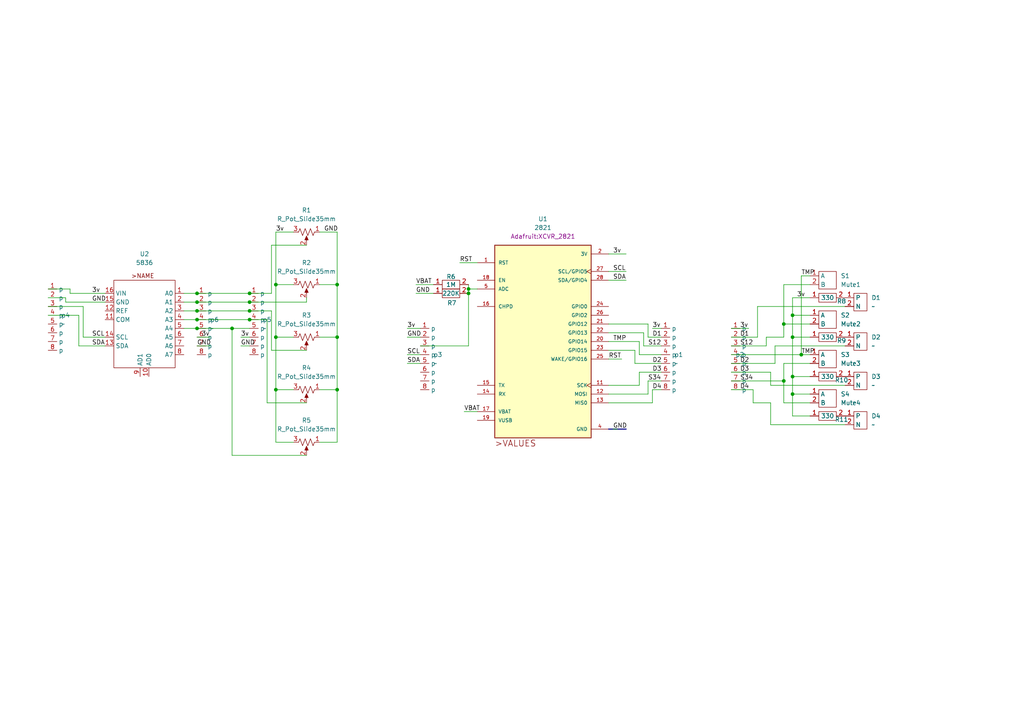
<source format=kicad_sch>
(kicad_sch (version 20250114) (generator "eeschema") (generator_version "9.0")
  (paper "A4")
  (lib_symbols
    (symbol "Adafruit:2821" (pin_names (offset 1.016))
      (property "Reference" "U" (at -15.2516 27.9611 0))
      (property "Value" "2821" (at -0.254 1.778 0))
      (property "Footprint" "2821:XCVR_2821" (at 0 0 0))
      (symbol "2821_0_0"
        (rectangle (start -15.24 -27.94) (end 12.7 27.94) (stroke (width 0.254)) (fill (type background)))
        (text ">VALUES" (at -15.2765 -30.5531 0) (effects (font (size 1.7823 1.7823)) (justify left bottom)))
        (pin input line (at -20.32 22.86 0) (length 5.08) (name "RST") (number "1"))
        (pin input line (at -20.32 17.78 0) (length 5.08) (name "EN") (number "18"))
        (pin bidirectional line (at -20.32 15.24 0) (length 5.08) (name "ADC") (number "5"))
        (pin bidirectional line (at -20.32 10.16 0) (length 5.08) (name "CHPD") (number "16"))
        (pin output line (at -20.32 -12.7 0) (length 5.08) (name "TX") (number "15"))
        (pin input line (at -20.32 -15.24 0) (length 5.08) (name "RX") (number "14"))
        (pin bidirectional line (at -20.32 -20.32 0) (length 5.08) (name "VBAT") (number "17"))
        (pin bidirectional line (at -20.32 -22.86 0) (length 5.08) (name "VUSB") (number "19"))
        (pin power_in line (at 17.78 25.4 180) (length 5.08) (name "3V") (number "2"))
        (pin bidirectional clock (at 17.78 20.32 180) (length 5.08) (name "SCL/GPIO5") (number "27"))
        (pin bidirectional line (at 17.78 17.78 180) (length 5.08) (name "SDA/GPIO4") (number "28"))
        (pin bidirectional line (at 17.78 10.16 180) (length 5.08) (name "GPIO0") (number "24"))
        (pin bidirectional line (at 17.78 7.62 180) (length 5.08) (name "GPIO2") (number "26"))
        (pin bidirectional line (at 17.78 5.08 180) (length 5.08) (name "GPIO12") (number "21"))
        (pin bidirectional line (at 17.78 2.54 180) (length 5.08) (name "GPIO13") (number "22"))
        (pin bidirectional line (at 17.78 0 180) (length 5.08) (name "GPIO14") (number "20"))
        (pin bidirectional line (at 17.78 -2.54 180) (length 5.08) (name "GPIO15") (number "23"))
        (pin bidirectional line (at 17.78 -5.08 180) (length 5.08) (name "WAKE/GPIO16") (number "25"))
        (pin bidirectional clock (at 17.78 -12.7 180) (length 5.08) (name "SCK") (number "11"))
        (pin output line (at 17.78 -15.24 180) (length 5.08) (name "MOSI") (number "12"))
        (pin input line (at 17.78 -17.78 180) (length 5.08) (name "MIS0") (number "13"))
        (pin power_in line (at 17.78 -25.4 180) (length 5.08) (name "GND") (number "4"))
      )
    )
    (symbol "Adafruit:ADC 8bit 5836"
      (property "Reference" "U" (at 0 0 0))
      (symbol "ADC 8bit 5836_0_1"
        (rectangle (start -8.89 12.7) (end 8.89 -12.7))
      )
      (symbol "ADC 8bit 5836_1_1"
        (text ">NAME" (at -0.508 13.97 0) (effects (font (size 1.27 1.27))))
        (pin input line (at -11.43 8.89 0) (length 2.54) (name "VIN") (number "16"))
        (pin input line (at -11.43 6.35 0) (length 2.54) (name "GND") (number "15"))
        (pin input line (at -11.43 3.81 0) (length 2.54) (name "REF") (number "12"))
        (pin input line (at -11.43 1.27 0) (length 2.54) (name "COM") (number "11"))
        (pin input line (at -11.43 -3.81 0) (length 2.54) (name "SCL") (number "14"))
        (pin input line (at -11.43 -6.35 0) (length 2.54) (name "SDA") (number "13"))
        (pin input line (at -1.27 -15.24 90) (length 2.54) (name "AD1") (number "9"))
        (pin input line (at 1.27 -15.24 90) (length 2.54) (name "AD0") (number "10"))
        (pin input line (at 11.43 8.89 180) (length 2.54) (name "A0") (number "1"))
        (pin input line (at 11.43 6.35 180) (length 2.54) (name "A1") (number "2"))
        (pin input line (at 11.43 3.81 180) (length 2.54) (name "A2") (number "3"))
        (pin input line (at 11.43 1.27 180) (length 2.54) (name "A3") (number "4"))
        (pin input line (at 11.43 -1.27 180) (length 2.54) (name "A4") (number "5"))
        (pin input line (at 11.43 -3.81 180) (length 2.54) (name "A5") (number "6"))
        (pin input line (at 11.43 -6.35 180) (length 2.54) (name "A6") (number "7"))
        (pin input line (at 11.43 -8.89 180) (length 2.54) (name "A7") (number "8"))
      )
    )
    (symbol "Adafruit:LED_299"
      (property "Reference" "D" (at 0 0 0))
      (symbol "LED_299_0_1"
        (rectangle (start -2.54 -2.54) (end 2.54 1.27))
      )
      (symbol "LED_299_1_1"
        (pin power_in line (at -1.27 -5.08 90) (length 2.54) (name "P") (number "1"))
        (pin power_in line (at 1.27 -5.08 90) (length 2.54) (name "N") (number "2"))
      )
    )
    (symbol "Adafruit:Resistor_2784"
      (property "Reference" "R" (at 0 2.54 0))
      (symbol "Resistor_2784_0_1"
        (rectangle (start -2.54 1.27) (end 2.54 -1.27))
      )
      (symbol "Resistor_2784_1_1"
        (pin bidirectional line (at -5.08 0 0) (length 2.54) (name "") (number "1"))
        (pin bidirectional line (at 5.08 0 180) (length 2.54) (name "") (number "2"))
      )
    )
    (symbol "Adafruit:Switch_SPDT_367"
      (property "Reference" "S" (at 0 0 0))
      (symbol "Switch_SPDT_367_0_1"
        (rectangle (start -3.81 2.54) (end 1.27 -2.54))
      )
      (symbol "Switch_SPDT_367_1_1"
        (pin bidirectional line (at -6.35 1.27 0) (length 2.54) (name "A") (number "1"))
        (pin bidirectional line (at -6.35 -1.27 0) (length 2.54) (name "B") (number "2"))
      )
    )
    (symbol "Adafruit:Through_Hole_0.1in_8_Pin_4154"
      (property "Reference" "p" (at 0.254 2.286 0))
      (symbol "Through_Hole_0.1in_8_Pin_4154_1_1"
        (pin bidirectional line (at -2.54 0 0) (length 2.54) (name "p") (number "1"))
        (pin bidirectional line (at -2.54 -2.54 0) (length 2.54) (name "p") (number "2"))
        (pin bidirectional line (at -2.54 -5.08 0) (length 2.54) (name "p") (number "3"))
        (pin bidirectional line (at -2.54 -7.62 0) (length 2.54) (name "p") (number "4"))
        (pin bidirectional line (at -2.54 -10.16 0) (length 2.54) (name "p") (number "5"))
        (pin bidirectional line (at -2.54 -12.7 0) (length 2.54) (name "p") (number "6"))
        (pin bidirectional line (at -2.54 -15.24 0) (length 2.54) (name "p") (number "7"))
        (pin bidirectional line (at -2.54 -17.78 0) (length 2.54) (name "p") (number "8"))
      )
    )
    (symbol "SparkFun-Resistor:R_Potentiometer_Slide35mm" (pin_names (offset 1.016) (hide yes))
      (property "Reference" "R" (at 0 2.54 0))
      (property "Value" "R_Pot_Slide35mm" (at 10.16 -2.54 0))
      (symbol "R_Potentiometer_Slide35mm_0_1"
        (polyline (pts (xy -2.286 0) (xy -2.54 0)))
        (polyline (pts (xy -0.762 0) (xy -1.143 -1.016) (xy -1.524 0) (xy -1.905 1.016) (xy -2.286 0)))
        (polyline (pts (xy 0 -1.143) (xy 0.508 -2.286) (xy -0.508 -2.286) (xy 0 -1.143)) (fill (type outline)))
        (polyline (pts (xy 0 -2.54) (xy 0 -1.524)))
        (polyline (pts (xy 0.762 0) (xy 0.381 -1.016) (xy 0 0) (xy -0.381 1.016) (xy -0.762 0)))
        (polyline (pts (xy 2.286 0) (xy 1.905 -1.016) (xy 1.524 0) (xy 1.143 1.016) (xy 0.762 0)))
        (polyline (pts (xy 2.54 0) (xy 2.286 0)))
      )
      (symbol "R_Potentiometer_Slide35mm_1_1"
        (pin passive line (at -3.81 0 0) (length 1.27) (name "3") (number "3"))
        (pin passive line (at 0 -3.81 90) (length 1.27) (name "2") (number "2"))
        (pin passive line (at 3.81 0 180) (length 1.27) (name "1") (number "1"))
      )
    )
  )
  (junction (at 80.01 113.03))
  (junction (at 80.01 82.55))
  (junction (at 80.01 97.79))
  (junction (at 135.89 85.09))
  (junction (at 135.89 83.82))
  (junction (at 97.79 113.03))
  (junction (at 72.39 85.09))
  (junction (at 57.15 85.09))
  (junction (at 57.15 87.63))
  (junction (at 227.33 110.49))
  (junction (at 67.31 95.25))
  (junction (at 227.33 93.98))
  (junction (at 97.79 97.79))
  (junction (at 232.41 102.87))
  (junction (at 97.79 82.55))
  (junction (at 57.15 90.17))
  (junction (at 57.15 95.25))
  (junction (at 72.39 87.63))
  (junction (at 229.87 114.3))
  (junction (at 72.39 90.17))
  (junction (at 229.87 109.22))
  (junction (at 229.87 97.79))
  (junction (at 57.15 92.71))
  (junction (at 72.39 92.71))
  (junction (at 229.87 91.44))
  (wire (pts (xy 187.96 110.49) (xy 187.96 114.3)))
  (wire (pts (xy 229.87 86.36) (xy 234.95 86.36)))
  (wire (pts (xy 186.69 96.52) (xy 186.69 100.33)))
  (wire (pts (xy 13.97 83.82) (xy 20.32 83.82)))
  (wire (pts (xy 212.09 107.95) (xy 223.52 107.95)))
  (wire (pts (xy 92.71 97.79) (xy 97.79 97.79)))
  (wire (pts (xy 69.85 100.33) (xy 72.39 100.33)))
  (wire (pts (xy 229.87 109.22) (xy 229.87 97.79)))
  (wire (pts (xy 97.79 128.27) (xy 92.71 128.27)))
  (wire (pts (xy 80.01 82.55) (xy 85.09 82.55)))
  (wire (pts (xy 92.71 82.55) (xy 97.79 82.55)))
  (wire (pts (xy 184.15 101.6) (xy 184.15 105.41)))
  (wire (pts (xy 229.87 114.3) (xy 234.95 114.3)))
  (wire (pts (xy 176.53 111.76) (xy 185.42 111.76)))
  (wire (pts (xy 97.79 82.55) (xy 97.79 97.79)))
  (wire (pts (xy 232.41 102.87) (xy 234.95 102.87)))
  (wire (pts (xy 118.11 105.41) (xy 121.92 105.41)))
  (wire (pts (xy 229.87 91.44) (xy 229.87 86.36)))
  (wire (pts (xy 223.52 111.76) (xy 245.11 111.76)))
  (wire (pts (xy 24.13 97.79) (xy 30.48 97.79)))
  (wire (pts (xy 227.33 97.79) (xy 227.33 93.98)))
  (wire (pts (xy 189.23 116.84) (xy 189.23 113.03)))
  (wire (pts (xy 184.15 105.41) (xy 191.77 105.41)))
  (wire (pts (xy 22.86 100.33) (xy 30.48 100.33)))
  (wire (pts (xy 97.79 67.31) (xy 97.79 82.55)))
  (wire (pts (xy 57.15 97.79) (xy 60.96 97.79)))
  (wire (pts (xy 78.74 101.6) (xy 88.9 101.6)))
  (wire (pts (xy 229.87 91.44) (xy 234.95 91.44)))
  (wire (pts (xy 134.62 119.38) (xy 138.43 119.38)))
  (wire (pts (xy 223.52 116.84) (xy 223.52 123.19)))
  (wire (pts (xy 88.9 87.63) (xy 88.9 86.36)))
  (wire (pts (xy 120.65 82.55) (xy 125.73 82.55)))
  (wire (pts (xy 13.97 91.44) (xy 22.86 91.44)))
  (wire (pts (xy 212.09 113.03) (xy 218.44 113.03)))
  (wire (pts (xy 219.71 88.9) (xy 245.11 88.9)))
  (wire (pts (xy 78.74 71.12) (xy 78.74 85.09)))
  (wire (pts (xy 67.31 95.25) (xy 72.39 95.25)))
  (wire (pts (xy 187.96 110.49) (xy 191.77 110.49)))
  (wire (pts (xy 185.42 99.06) (xy 185.42 102.87)))
  (wire (pts (xy 176.53 99.06) (xy 185.42 99.06)))
  (wire (pts (xy 20.32 83.82) (xy 20.32 85.09)))
  (wire (pts (xy 53.34 90.17) (xy 57.15 90.17)))
  (wire (pts (xy 133.35 76.2) (xy 138.43 76.2)))
  (wire (pts (xy 187.96 93.98) (xy 187.96 97.79)))
  (wire (pts (xy 232.41 80.01) (xy 234.95 80.01)))
  (wire (pts (xy 13.97 88.9) (xy 24.13 88.9)))
  (wire (pts (xy 72.39 92.71) (xy 77.47 92.71)))
  (wire (pts (xy 176.53 93.98) (xy 187.96 93.98)))
  (wire (pts (xy 234.95 105.41) (xy 227.33 105.41)))
  (wire (pts (xy 218.44 113.03) (xy 218.44 116.84)))
  (wire (pts (xy 20.32 85.09) (xy 30.48 85.09)))
  (wire (pts (xy 135.89 82.55) (xy 135.89 83.82)))
  (wire (pts (xy 118.11 97.79) (xy 121.92 97.79)))
  (wire (pts (xy 135.89 85.09) (xy 135.89 100.33)))
  (wire (pts (xy 186.69 100.33) (xy 191.77 100.33)))
  (wire (pts (xy 185.42 102.87) (xy 191.77 102.87)))
  (wire (pts (xy 189.23 95.25) (xy 191.77 95.25)))
  (wire (pts (xy 13.97 86.36) (xy 19.05 86.36)))
  (wire (pts (xy 234.95 120.65) (xy 229.87 120.65)))
  (wire (pts (xy 223.52 111.76) (xy 223.52 107.95)))
  (wire (pts (xy 80.01 82.55) (xy 80.01 97.79)))
  (wire (pts (xy 176.53 116.84) (xy 189.23 116.84)))
  (wire (pts (xy 72.39 85.09) (xy 78.74 85.09)))
  (wire (pts (xy 227.33 116.84) (xy 234.95 116.84)))
  (wire (pts (xy 135.89 83.82) (xy 138.43 83.82)))
  (wire (pts (xy 92.71 67.31) (xy 97.79 67.31)))
  (wire (pts (xy 121.92 100.33) (xy 135.89 100.33)))
  (wire (pts (xy 92.71 113.03) (xy 97.79 113.03)))
  (wire (pts (xy 78.74 90.17) (xy 78.74 101.6)))
  (wire (pts (xy 57.15 90.17) (xy 72.39 90.17)))
  (wire (pts (xy 24.13 88.9) (xy 24.13 97.79)))
  (wire (pts (xy 176.53 101.6) (xy 184.15 101.6)))
  (wire (pts (xy 77.47 116.84) (xy 88.9 116.84)))
  (wire (pts (xy 72.39 87.63) (xy 88.9 87.63)))
  (wire (pts (xy 176.53 104.14) (xy 180.34 104.14)))
  (wire (pts (xy 67.31 95.25) (xy 67.31 132.08)))
  (wire (pts (xy 69.85 97.79) (xy 72.39 97.79)))
  (wire (pts (xy 222.25 100.33) (xy 222.25 97.79)))
  (wire (pts (xy 227.33 105.41) (xy 227.33 110.49)))
  (wire (pts (xy 80.01 97.79) (xy 80.01 113.03)))
  (wire (pts (xy 53.34 95.25) (xy 57.15 95.25)))
  (wire (pts (xy 80.01 128.27) (xy 85.09 128.27)))
  (wire (pts (xy 223.52 123.19) (xy 245.11 123.19)))
  (wire (pts (xy 80.01 67.31) (xy 80.01 82.55)))
  (wire (pts (xy 80.01 113.03) (xy 85.09 113.03)))
  (wire (pts (xy 120.65 85.09) (xy 125.73 85.09)))
  (wire (pts (xy 212.09 97.79) (xy 219.71 97.79)))
  (wire (pts (xy 57.15 95.25) (xy 67.31 95.25)))
  (wire (pts (xy 118.11 95.25) (xy 121.92 95.25)))
  (wire (pts (xy 176.53 96.52) (xy 186.69 96.52)))
  (wire (pts (xy 177.8 124.46) (xy 179.07 124.46)))
  (wire (pts (xy 53.34 87.63) (xy 57.15 87.63)))
  (wire (pts (xy 22.86 91.44) (xy 22.86 100.33)))
  (wire (pts (xy 176.53 73.66) (xy 181.61 73.66)))
  (wire (pts (xy 212.09 102.87) (xy 232.41 102.87)))
  (wire (pts (xy 187.96 97.79) (xy 191.77 97.79)))
  (wire (pts (xy 57.15 85.09) (xy 72.39 85.09)))
  (wire (pts (xy 227.33 93.98) (xy 234.95 93.98)))
  (wire (pts (xy 57.15 100.33) (xy 60.96 100.33)))
  (wire (pts (xy 80.01 97.79) (xy 85.09 97.79)))
  (wire (pts (xy 57.15 87.63) (xy 72.39 87.63)))
  (wire (pts (xy 97.79 97.79) (xy 97.79 113.03)))
  (wire (pts (xy 80.01 67.31) (xy 85.09 67.31)))
  (wire (pts (xy 229.87 120.65) (xy 229.87 114.3)))
  (wire (pts (xy 176.53 81.28) (xy 181.61 81.28)))
  (wire (pts (xy 229.87 97.79) (xy 229.87 91.44)))
  (wire (pts (xy 212.09 100.33) (xy 222.25 100.33)))
  (wire (pts (xy 67.31 132.08) (xy 88.9 132.08)))
  (wire (pts (xy 229.87 109.22) (xy 234.95 109.22)))
  (wire (pts (xy 227.33 82.55) (xy 227.33 93.98)))
  (wire (pts (xy 19.05 86.36) (xy 19.05 87.63)))
  (wire (pts (xy 185.42 111.76) (xy 185.42 107.95)))
  (wire (pts (xy 224.79 100.33) (xy 245.11 100.33)))
  (wire (pts (xy 212.09 105.41) (xy 224.79 105.41)))
  (wire (pts (xy 176.53 78.74) (xy 181.61 78.74)))
  (wire (pts (xy 118.11 102.87) (xy 121.92 102.87)))
  (bus (pts (xy 176.53 124.46) (xy 181.61 124.46)))
  (wire (pts (xy 135.89 83.82) (xy 135.89 85.09)))
  (wire (pts (xy 57.15 92.71) (xy 72.39 92.71)))
  (wire (pts (xy 222.25 97.79) (xy 227.33 97.79)))
  (wire (pts (xy 229.87 97.79) (xy 234.95 97.79)))
  (wire (pts (xy 218.44 116.84) (xy 223.52 116.84)))
  (wire (pts (xy 232.41 80.01) (xy 232.41 102.87)))
  (wire (pts (xy 224.79 100.33) (xy 224.79 105.41)))
  (wire (pts (xy 219.71 88.9) (xy 219.71 97.79)))
  (wire (pts (xy 229.87 114.3) (xy 229.87 109.22)))
  (wire (pts (xy 78.74 71.12) (xy 88.9 71.12)))
  (wire (pts (xy 19.05 87.63) (xy 30.48 87.63)))
  (wire (pts (xy 72.39 90.17) (xy 78.74 90.17)))
  (wire (pts (xy 189.23 113.03) (xy 191.77 113.03)))
  (wire (pts (xy 97.79 113.03) (xy 97.79 128.27)))
  (wire (pts (xy 53.34 92.71) (xy 57.15 92.71)))
  (wire (pts (xy 176.53 114.3) (xy 187.96 114.3)))
  (wire (pts (xy 80.01 113.03) (xy 80.01 128.27)))
  (wire (pts (xy 212.09 110.49) (xy 227.33 110.49)))
  (wire (pts (xy 77.47 92.71) (xy 77.47 116.84)))
  (wire (pts (xy 227.33 110.49) (xy 227.33 116.84)))
  (wire (pts (xy 53.34 85.09) (xy 57.15 85.09)))
  (wire (pts (xy 185.42 107.95) (xy 191.77 107.95)))
  (wire (pts (xy 234.95 82.55) (xy 227.33 82.55)))
  (wire (pts (xy 212.09 95.25) (xy 217.17 95.25)))
  (label "D4" (at 214.63 113.03 0))
  (label "D2" (at 214.63 105.41 0))
  (label "GND" (at 26.67 87.63 0))
  (label "GND" (at 120.65 85.09 0))
  (label "D1" (at 214.63 97.79 0))
  (label "S12" (at 214.63 100.33 0))
  (label "D2" (at 189.23 105.41 0))
  (label "SDA" (at 177.8 81.28 0))
  (label "GND" (at 69.85 100.33 0))
  (label "SCL" (at 26.67 97.79 0))
  (label "3v" (at 214.63 95.25 0))
  (label "D3" (at 214.63 107.95 0))
  (label "S34" (at 214.63 110.49 0))
  (label "D4" (at 189.23 113.03 0))
  (label "D1" (at 189.23 97.79 0))
  (label "3v" (at 58.42 97.79 0))
  (label "GND" (at 57.15 100.33 0))
  (label "SDA" (at 26.67 100.33 0))
  (label "3v" (at 231.14 86.36 0))
  (label "3v" (at 118.11 95.25 0))
  (label "S34" (at 187.96 110.49 0))
  (label "SDA" (at 118.11 105.41 0))
  (label "3v" (at 80.01 67.31 0))
  (label "S12" (at 187.96 100.33 0))
  (label "GND" (at 118.11 97.79 0))
  (label "RST" (at 133.35 76.2 0))
  (label "SCL" (at 118.11 102.87 0))
  (label "3v" (at 189.23 95.25 0))
  (label "D3" (at 189.23 107.95 0))
  (label "VBAT" (at 134.62 119.38 0))
  (label "3v" (at 177.8 73.66 0))
  (label "3v" (at 26.67 85.09 0))
  (label "RST" (at 176.53 104.14 0))
  (label "GND" (at 93.98 67.31 0))
  (label "TMP" (at 232.41 80.01 0))
  (label "TMP" (at 232.41 102.87 0))
  (label "3v" (at 69.85 97.79 0))
  (label "SCL" (at 177.8 78.74 0))
  (label "TMP" (at 177.8 99.06 0))
  (label "VBAT" (at 120.65 82.55 0))
  (label "GND" (at 177.8 124.46 0))
  (symbol (lib_id "Adafruit:Switch_SPDT_367") (at 241.3 104.14 0) (unit 1)
    (property "Reference" "S3" (at 243.84 102.8699 0) (effects (justify left)))
    (property "Value" "Mute3" (at 243.84 105.4099 0) (effects (justify left)))
    (property "Footprint" "Adafruit:SWITCH_367" (effects (hide yes)))
  )
  (symbol (lib_id "Adafruit:Through_Hole_0.1in_8_Pin_4154") (at 124.46 95.25 0) (unit 1)
    (property "Reference" "p3" (at 125.73 102.8699 0) (effects (justify left)))
    (property "Value" "~" (at 125.73 105.4099 0) (effects (justify left)))
    (property "Footprint" "Adafruit:Through Hole 0.1in 8 Pin" (effects (hide yes)))
  )
  (symbol (lib_id "SparkFun-Resistor:R_Potentiometer_Slide35mm") (at 88.9 113.03 0) (unit 1)
    (property "Reference" "R4" (at 88.9 106.68 0))
    (property "Value" "R_Pot_Slide35mm" (at 88.9 109.22 0))
    (property "Footprint" "SparkFun-Resistor:R_LinPot_C2031N" (effects (hide yes)))
    (property "Datasheet" "http://cdn.sparkfun.com/datasheets/Components/Switches/C-31-.pdf" (effects (hide yes)))
    (property "Description" "Potentiometer" (effects (hide yes)))
  )
  (symbol (lib_id "Adafruit:Resistor_2784") (at 130.81 82.55 0) (unit 1)
    (property "Reference" "R6" (at 130.81 80.264 0))
    (property "Value" "1M" (at 130.81 82.55 0))
    (property "Footprint" "Adafruit:Resistor_2784" (effects (hide yes)))
  )
  (symbol (lib_id "Adafruit:Through_Hole_0.1in_8_Pin_4154") (at 194.31 95.25 0) (unit 1)
    (property "Reference" "p1" (at 195.58 102.8699 0) (effects (justify left)))
    (property "Value" "~" (at 195.58 105.4099 0) (effects (justify left)))
    (property "Footprint" "Adafruit:Through Hole 0.1in 8 Pin" (effects (hide yes)))
  )
  (symbol (lib_id "Adafruit:Resistor_2784") (at 240.03 109.22 0) (unit 1)
    (property "Reference" "R10" (at 244.094 110.236 0))
    (property "Value" "330" (at 240.03 109.22 0))
    (property "Footprint" "Adafruit:Resistor_2784" (effects (hide yes)))
  )
  (symbol (lib_id "Adafruit:Resistor_2784") (at 240.03 86.36 0) (unit 1)
    (property "Reference" "R8" (at 244.094 87.376 0))
    (property "Value" "330" (at 240.03 86.36 0))
    (property "Footprint" "Adafruit:Resistor_2784" (effects (hide yes)))
  )
  (symbol (lib_id "SparkFun-Resistor:R_Potentiometer_Slide35mm") (at 88.9 97.79 0) (unit 1)
    (property "Reference" "R3" (at 88.9 91.44 0))
    (property "Value" "R_Pot_Slide35mm" (at 88.9 93.98 0))
    (property "Footprint" "SparkFun-Resistor:R_LinPot_C2031N" (effects (hide yes)))
    (property "Datasheet" "http://cdn.sparkfun.com/datasheets/Components/Switches/C-31-.pdf" (effects (hide yes)))
    (property "Description" "Potentiometer" (effects (hide yes)))
  )
  (symbol (lib_id "SparkFun-Resistor:R_Potentiometer_Slide35mm") (at 88.9 82.55 0) (unit 1)
    (property "Reference" "R2" (at 88.9 76.2 0))
    (property "Value" "R_Pot_Slide35mm" (at 88.9 78.74 0))
    (property "Footprint" "SparkFun-Resistor:R_LinPot_C2031N" (effects (hide yes)))
    (property "Datasheet" "http://cdn.sparkfun.com/datasheets/Components/Switches/C-31-.pdf" (effects (hide yes)))
    (property "Description" "Potentiometer" (effects (hide yes)))
  )
  (symbol (lib_id "Adafruit:Resistor_2784") (at 240.03 97.79 0) (unit 1)
    (property "Reference" "R9" (at 244.094 98.806 0))
    (property "Value" "330" (at 240.03 97.79 0))
    (property "Footprint" "Adafruit:Resistor_2784" (effects (hide yes)))
  )
  (symbol (lib_id "Adafruit:Through_Hole_0.1in_8_Pin_4154") (at 59.69 85.09 0) (unit 1)
    (property "Reference" "p6" (at 60.96 92.7099 0) (effects (justify left)))
    (property "Value" "~" (at 60.96 95.2499 0) (effects (justify left)))
    (property "Footprint" "Adafruit:Through Hole 0.1in 8 Pin" (effects (hide yes)))
  )
  (symbol (lib_id "Adafruit:LED_299") (at 250.19 110.49 270) (unit 1)
    (property "Reference" "D3" (at 252.73 109.2199 90) (effects (justify left)))
    (property "Value" "~" (at 252.73 111.7599 90) (effects (justify left)))
    (property "Footprint" "Adafruit:LED_299" (effects (hide yes)))
  )
  (symbol (lib_id "Adafruit:LED_299") (at 250.19 99.06 270) (unit 1)
    (property "Reference" "D2" (at 252.73 97.7899 90) (effects (justify left)))
    (property "Value" "~" (at 252.73 100.3299 90) (effects (justify left)))
    (property "Footprint" "Adafruit:LED_299" (effects (hide yes)))
  )
  (symbol (lib_id "Adafruit:Through_Hole_0.1in_8_Pin_4154") (at 16.51 83.82 0) (unit 1)
    (property "Reference" "p4" (at 17.78 91.4399 0) (effects (justify left)))
    (property "Value" "~" (at 17.78 93.9799 0) (effects (justify left)))
    (property "Footprint" "Adafruit:Through Hole 0.1in 8 Pin" (effects (hide yes)))
  )
  (symbol (lib_id "Adafruit:ADC 8bit 5836") (at 41.91 93.98 0) (unit 1)
    (property "Reference" "U2" (at 41.91 73.66 0))
    (property "Value" "5836" (at 41.91 76.2 0))
    (property "Footprint" "Adafruit:ADC_5836" (effects (hide yes)))
  )
  (symbol (lib_id "Adafruit:Resistor_2784") (at 130.81 85.09 0) (unit 1)
    (property "Reference" "R7" (at 131.064 87.884 0))
    (property "Value" "220K" (at 130.81 85.09 0))
    (property "Footprint" "Adafruit:Resistor_2784" (effects (hide yes)))
  )
  (symbol (lib_id "SparkFun-Resistor:R_Potentiometer_Slide35mm") (at 88.9 128.27 0) (unit 1)
    (property "Reference" "R5" (at 88.9 121.92 0))
    (property "Value" "R_Pot_Slide35mm" (at 88.9 124.46 0))
    (property "Footprint" "SparkFun-Resistor:R_LinPot_C2031N" (effects (hide yes)))
    (property "Datasheet" "http://cdn.sparkfun.com/datasheets/Components/Switches/C-31-.pdf" (effects (hide yes)))
    (property "Description" "Potentiometer" (effects (hide yes)))
  )
  (symbol (lib_id "Adafruit:Through_Hole_0.1in_8_Pin_4154") (at 74.93 85.09 0) (unit 1)
    (property "Reference" "p5" (at 76.2 92.7099 0) (effects (justify left)))
    (property "Value" "~" (at 76.2 95.2499 0) (effects (justify left)))
    (property "Footprint" "Adafruit:Through Hole 0.1in 8 Pin" (effects (hide yes)))
  )
  (symbol (lib_id "Adafruit:Resistor_2784") (at 240.03 120.65 0) (unit 1)
    (property "Reference" "R11" (at 244.094 121.666 0))
    (property "Value" "330" (at 240.03 120.65 0))
    (property "Footprint" "Adafruit:Resistor_2784" (effects (hide yes)))
  )
  (symbol (lib_id "Adafruit:LED_299") (at 250.19 87.63 270) (unit 1)
    (property "Reference" "D1" (at 252.73 86.3599 90) (effects (justify left)))
    (property "Value" "~" (at 252.73 88.8999 90) (effects (justify left)))
    (property "Footprint" "Adafruit:LED_299" (effects (hide yes)))
  )
  (symbol (lib_id "Adafruit:Through_Hole_0.1in_8_Pin_4154") (at 214.63 95.25 0) (unit 1)
    (property "Reference" "p2" (at 215.9 102.8699 0) (effects (justify right)))
    (property "Value" "~" (at 215.9 105.4099 0) (effects (justify left)))
    (property "Footprint" "Adafruit:Through Hole 0.1in 8 Pin" (effects (hide yes)))
  )
  (symbol (lib_id "Adafruit:Switch_SPDT_367") (at 241.3 81.28 0) (unit 1)
    (property "Reference" "S1" (at 243.84 80.0099 0) (effects (justify left)))
    (property "Value" "Mute1" (at 243.84 82.5499 0) (effects (justify left)))
    (property "Footprint" "Adafruit:SWITCH_367" (effects (hide yes)))
  )
  (symbol (lib_id "Adafruit:2821") (at 158.75 99.06 0) (unit 1)
    (property "Reference" "U1" (at 157.48 63.5 0))
    (property "Value" "2821" (at 157.48 66.04 0))
    (property "Footprint" "Adafruit:XCVR_2821" (at 157.48 68.58 0))
    (property "Datasheet" "https://learn.adafruit.com/adafruit-feather-huzzah-esp8266/downloads" (effects (hide yes)))
    (property "MF" "Adafruit Industries" (effects (hide yes)))
    (property "Description_1" "Adafruit Feather HUZZAH with ESP8266 WiFi | Adafruit Industries 2821" (effects (hide yes)))
    (property "Package" "None" (effects (hide yes)))
    (property "Price" "None" (effects (hide yes)))
    (property "Check_prices" "https://www.snapeda.com/parts/2821/Adafruit+Industries/view-part/?ref=eda" (effects (hide yes)))
    (property "SnapEDA_Link" "https://www.snapeda.com/parts/2821/Adafruit+Industries/view-part/?ref=snap" (effects (hide yes)))
    (property "MP" "2821" (effects (hide yes)))
    (property "Availability" "In Stock" (effects (hide yes)))
    (property "MANUFACTURER" "Adafruit" (effects (hide yes)))
  )
  (symbol (lib_id "Adafruit:Switch_SPDT_367") (at 241.3 92.71 0) (unit 1)
    (property "Reference" "S2" (at 243.84 91.4399 0) (effects (justify left)))
    (property "Value" "Mute2" (at 243.84 93.9799 0) (effects (justify left)))
    (property "Footprint" "Adafruit:SWITCH_367" (effects (hide yes)))
  )
  (symbol (lib_id "SparkFun-Resistor:R_Potentiometer_Slide35mm") (at 88.9 67.31 0) (unit 1)
    (property "Reference" "R1" (at 88.9 60.96 0))
    (property "Value" "R_Pot_Slide35mm" (at 88.9 63.5 0))
    (property "Footprint" "SparkFun-Resistor:R_LinPot_C2031N" (effects (hide yes)))
    (property "Datasheet" "http://cdn.sparkfun.com/datasheets/Components/Switches/C-31-.pdf" (effects (hide yes)))
    (property "Description" "Potentiometer" (effects (hide yes)))
  )
  (symbol (lib_id "Adafruit:Switch_SPDT_367") (at 241.3 115.57 0) (unit 1)
    (property "Reference" "S4" (at 243.84 114.2999 0) (effects (justify left)))
    (property "Value" "Mute4" (at 243.84 116.8399 0) (effects (justify left)))
    (property "Footprint" "Adafruit:SWITCH_367" (effects (hide yes)))
  )
  (symbol (lib_id "Adafruit:LED_299") (at 250.19 121.92 270) (unit 1)
    (property "Reference" "D4" (at 252.73 120.6499 90) (effects (justify left)))
    (property "Value" "~" (at 252.73 123.1899 90) (effects (justify left)))
    (property "Footprint" "Adafruit:LED_299" (effects (hide yes)))
  )
)
</source>
